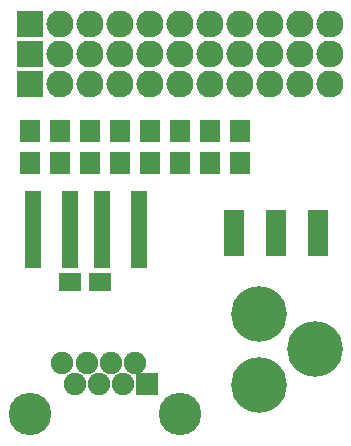
<source format=gts>
G04 #@! TF.FileFunction,Soldermask,Top*
%FSLAX46Y46*%
G04 Gerber Fmt 4.6, Leading zero omitted, Abs format (unit mm)*
G04 Created by KiCad (PCBNEW 4.0.7) date Thursday, May 03, 2018 'PMt' 09:52:22 PM*
%MOMM*%
%LPD*%
G01*
G04 APERTURE LIST*
%ADD10C,0.100000*%
%ADD11R,2.300000X2.300000*%
%ADD12O,2.300000X2.300000*%
%ADD13C,4.718000*%
%ADD14C,3.600000*%
%ADD15R,1.900000X1.900000*%
%ADD16C,1.900000*%
%ADD17R,1.390600X0.704800*%
%ADD18R,1.670000X1.370000*%
%ADD19R,1.700000X1.900000*%
%ADD20R,1.900000X1.650000*%
G04 APERTURE END LIST*
D10*
D11*
X181610000Y-80010000D03*
D12*
X184150000Y-80010000D03*
X186690000Y-80010000D03*
X189230000Y-80010000D03*
X191770000Y-80010000D03*
X194310000Y-80010000D03*
X196850000Y-80010000D03*
X199390000Y-80010000D03*
X201930000Y-80010000D03*
X204470000Y-80010000D03*
X207010000Y-80010000D03*
D11*
X181610000Y-77470000D03*
D12*
X184150000Y-77470000D03*
X186690000Y-77470000D03*
X189230000Y-77470000D03*
X191770000Y-77470000D03*
X194310000Y-77470000D03*
X196850000Y-77470000D03*
X199390000Y-77470000D03*
X201930000Y-77470000D03*
X204470000Y-77470000D03*
X207010000Y-77470000D03*
D11*
X181610000Y-74930000D03*
D12*
X184150000Y-74930000D03*
X186690000Y-74930000D03*
X189230000Y-74930000D03*
X191770000Y-74930000D03*
X194310000Y-74930000D03*
X196850000Y-74930000D03*
X199390000Y-74930000D03*
X201930000Y-74930000D03*
X204470000Y-74930000D03*
X207010000Y-74930000D03*
D13*
X201041000Y-105458260D03*
X205740000Y-102458520D03*
X201041000Y-99458780D03*
D14*
X181610000Y-107950000D03*
D15*
X191530000Y-105410000D03*
D16*
X190510000Y-103630000D03*
X189490000Y-105410000D03*
X188470000Y-103630000D03*
X187450000Y-105410000D03*
X186430000Y-103630000D03*
X185410000Y-105410000D03*
X184390000Y-103630000D03*
D14*
X194310000Y-107950000D03*
D17*
X185044080Y-89405460D03*
X185044080Y-90055700D03*
X185044080Y-90705940D03*
X185044080Y-91356180D03*
X185044080Y-92006420D03*
X185044080Y-92651580D03*
X185044080Y-93301820D03*
X185044080Y-93952060D03*
X185044080Y-94602300D03*
X185044080Y-95252540D03*
X190875920Y-95252540D03*
X190875920Y-94602300D03*
X190875920Y-93952060D03*
X190875920Y-93301820D03*
X190875920Y-92651580D03*
X190875920Y-92006420D03*
X190875920Y-91356180D03*
X190875920Y-90705940D03*
X190875920Y-90055700D03*
X190875920Y-89405460D03*
X181869080Y-89405460D03*
X181869080Y-90055700D03*
X181869080Y-90705940D03*
X181869080Y-91356180D03*
X181869080Y-92006420D03*
X181869080Y-92651580D03*
X181869080Y-93301820D03*
X181869080Y-93952060D03*
X181869080Y-94602300D03*
X181869080Y-95252540D03*
X187700920Y-95252540D03*
X187700920Y-94602300D03*
X187700920Y-93952060D03*
X187700920Y-93301820D03*
X187700920Y-92651580D03*
X187700920Y-92006420D03*
X187700920Y-91356180D03*
X187700920Y-90705940D03*
X187700920Y-90055700D03*
X187700920Y-89405460D03*
D18*
X198882000Y-91313000D03*
X198882000Y-92583000D03*
X198882000Y-93853000D03*
X202438000Y-91313000D03*
X202438000Y-92583000D03*
X202438000Y-93853000D03*
X205994000Y-91313000D03*
X205994000Y-92583000D03*
X205994000Y-93853000D03*
D19*
X181610000Y-86647000D03*
X181610000Y-83947000D03*
X184150000Y-86647000D03*
X184150000Y-83947000D03*
X186690000Y-86647000D03*
X186690000Y-83947000D03*
X189230000Y-86647000D03*
X189230000Y-83947000D03*
X191770000Y-86647000D03*
X191770000Y-83947000D03*
X194310000Y-86647000D03*
X194310000Y-83947000D03*
X196850000Y-86647000D03*
X196850000Y-83947000D03*
X199390000Y-86647000D03*
X199390000Y-83947000D03*
D20*
X185059000Y-96774000D03*
X187559000Y-96774000D03*
M02*

</source>
